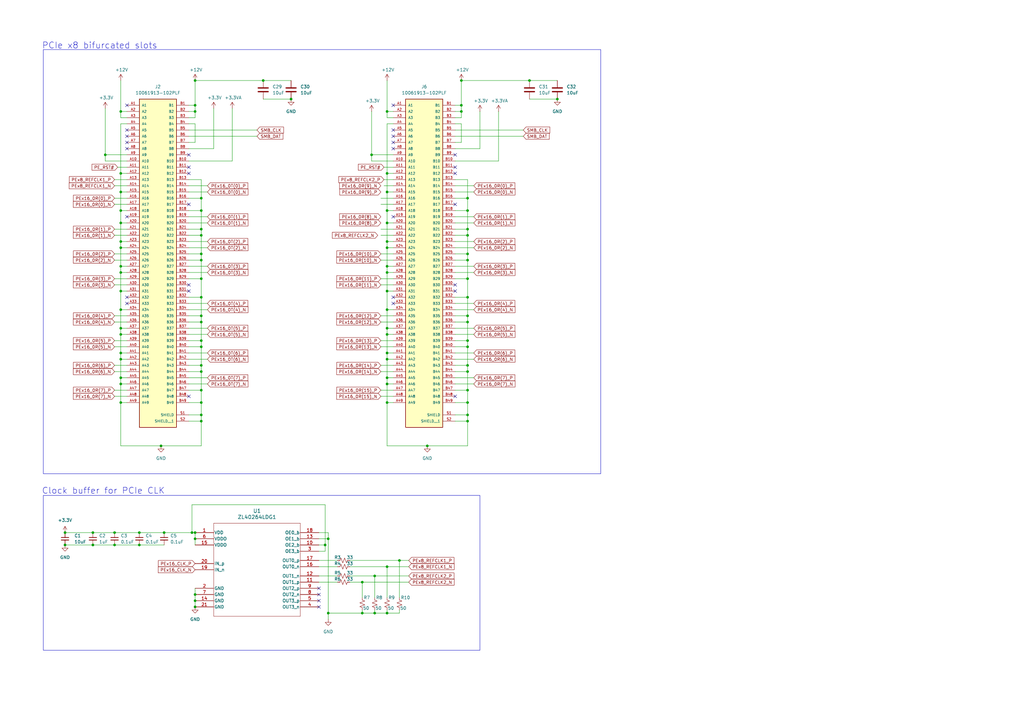
<source format=kicad_sch>
(kicad_sch (version 20250114) (generator "eeschema") (generator_version "9.0")
  (paper "A3")
  (title_block (title "PCIe/104 Adapter") (company "By Madhav Kapa"))
  (rectangle (start 17.78 20.32) (end 246.38 194.31))
  (rectangle (start 17.78 203.2) (end 196.85 266.7))
  (text "PCIe x8 bifurcated slots" (at 40.894 18.796 0) (effects (font (size 2.54 2.54))))
  (text "Clock buffer for PCIe CLK" (at 42.418 201.422 0) (effects (font (size 2.54 2.54))))
  (junction (at 189.23 45.72))
  (junction (at 43.18 63.5))
  (junction (at 82.55 132.08))
  (junction (at 148.59 238.76))
  (junction (at 80.01 246.38))
  (junction (at 189.23 43.18))
  (junction (at 49.53 165.1))
  (junction (at 49.53 144.78))
  (junction (at 49.53 111.76))
  (junction (at 158.75 78.74))
  (junction (at 49.53 119.38))
  (junction (at 80.01 33.02))
  (junction (at 158.75 232.41))
  (junction (at 191.77 86.36))
  (junction (at 46.99 223.52))
  (junction (at 57.15 223.52))
  (junction (at 134.62 251.46))
  (junction (at 49.53 154.94))
  (junction (at 191.77 81.28))
  (junction (at 82.55 142.24))
  (junction (at 82.55 93.98))
  (junction (at 49.53 86.36))
  (junction (at 82.55 129.54))
  (junction (at 191.77 142.24))
  (junction (at 82.55 121.92))
  (junction (at 82.55 165.1))
  (junction (at 153.67 251.46))
  (junction (at 82.55 160.02))
  (junction (at 80.01 248.92))
  (junction (at 82.55 170.18))
  (junction (at 191.77 152.4))
  (junction (at 49.53 127))
  (junction (at 80.01 220.98))
  (junction (at 163.83 229.87))
  (junction (at 158.75 134.62))
  (junction (at 78.74 218.44))
  (junction (at 38.1 223.52))
  (junction (at 191.77 132.08))
  (junction (at 158.75 45.72))
  (junction (at 158.75 99.06))
  (junction (at 153.67 236.22))
  (junction (at 133.35 223.52))
  (junction (at 49.53 78.74))
  (junction (at 158.75 91.44))
  (junction (at 67.31 218.44))
  (junction (at 80.01 243.84))
  (junction (at 189.23 33.02))
  (junction (at 158.75 119.38))
  (junction (at 191.77 129.54))
  (junction (at 80.01 218.44))
  (junction (at 49.53 101.6))
  (junction (at 46.99 218.44))
  (junction (at 175.26 182.88))
  (junction (at 82.55 139.7))
  (junction (at 82.55 104.14))
  (junction (at 158.75 127))
  (junction (at 191.77 121.92))
  (junction (at 49.53 147.32))
  (junction (at 49.53 71.12))
  (junction (at 158.75 251.46))
  (junction (at 49.53 157.48))
  (junction (at 158.75 71.12))
  (junction (at 158.75 147.32))
  (junction (at 191.77 149.86))
  (junction (at 49.53 45.72))
  (junction (at 191.77 165.1))
  (junction (at 191.77 96.52))
  (junction (at 158.75 137.16))
  (junction (at 82.55 152.4))
  (junction (at 158.75 111.76))
  (junction (at 191.77 170.18))
  (junction (at 134.62 220.98))
  (junction (at 191.77 106.68))
  (junction (at 82.55 96.52))
  (junction (at 158.75 157.48))
  (junction (at 158.75 86.36))
  (junction (at 49.53 109.22))
  (junction (at 82.55 81.28))
  (junction (at 66.04 182.88))
  (junction (at 80.01 45.72))
  (junction (at 82.55 106.68))
  (junction (at 38.1 218.44))
  (junction (at 191.77 139.7))
  (junction (at 158.75 165.1))
  (junction (at 57.15 218.44))
  (junction (at 158.75 154.94))
  (junction (at 152.4 63.5))
  (junction (at 217.17 33.02))
  (junction (at 49.53 91.44))
  (junction (at 158.75 101.6))
  (junction (at 191.77 104.14))
  (junction (at 49.53 137.16))
  (junction (at 191.77 114.3))
  (junction (at 191.77 172.72))
  (junction (at 191.77 93.98))
  (junction (at 191.77 160.02))
  (junction (at 26.67 223.52))
  (junction (at 49.53 99.06))
  (junction (at 26.67 218.44))
  (junction (at 82.55 172.72))
  (junction (at 148.59 251.46))
  (junction (at 82.55 114.3))
  (junction (at 107.95 33.02))
  (junction (at 82.55 149.86))
  (junction (at 158.75 144.78))
  (junction (at 49.53 134.62))
  (junction (at 82.55 86.36))
  (junction (at 119.38 40.64))
  (junction (at 80.01 43.18))
  (junction (at 228.6 40.64))
  (junction (at 158.75 109.22))
  (no_connect (at 161.29 43.18))
  (no_connect (at 186.69 119.38))
  (no_connect (at 52.07 60.96))
  (no_connect (at 130.81 243.84))
  (no_connect (at 130.81 248.92))
  (no_connect (at 52.07 55.88))
  (no_connect (at 186.69 71.12))
  (no_connect (at 161.29 124.46))
  (no_connect (at 77.47 116.84))
  (no_connect (at 130.81 246.38))
  (no_connect (at 186.69 68.58))
  (no_connect (at 52.07 53.34))
  (no_connect (at 77.47 68.58))
  (no_connect (at 52.07 121.92))
  (no_connect (at 161.29 55.88))
  (no_connect (at 161.29 60.96))
  (no_connect (at 77.47 119.38))
  (no_connect (at 186.69 116.84))
  (no_connect (at 77.47 63.5))
  (no_connect (at 77.47 71.12))
  (no_connect (at 130.81 241.3))
  (no_connect (at 161.29 88.9))
  (no_connect (at 77.47 83.82))
  (no_connect (at 77.47 162.56))
  (no_connect (at 52.07 43.18))
  (no_connect (at 186.69 63.5))
  (no_connect (at 161.29 53.34))
  (no_connect (at 161.29 58.42))
  (no_connect (at 52.07 124.46))
  (no_connect (at 186.69 83.82))
  (no_connect (at 52.07 88.9))
  (no_connect (at 52.07 58.42))
  (no_connect (at 161.29 121.92))
  (no_connect (at 186.69 162.56))
  (wire (pts (xy 77.47 86.36) (xy 82.55 86.36)))
  (wire (pts (xy 49.53 165.1) (xy 49.53 182.88)))
  (wire (pts (xy 156.21 116.84) (xy 161.29 116.84)))
  (wire (pts (xy 158.75 111.76) (xy 161.29 111.76)))
  (wire (pts (xy 191.77 132.08) (xy 191.77 139.7)))
  (wire (pts (xy 85.09 111.76) (xy 77.47 111.76)))
  (wire (pts (xy 194.31 88.9) (xy 186.69 88.9)))
  (wire (pts (xy 158.75 157.48) (xy 158.75 165.1)))
  (wire (pts (xy 80.01 33.02) (xy 107.95 33.02)))
  (wire (pts (xy 49.53 127) (xy 52.07 127)))
  (wire (pts (xy 158.75 119.38) (xy 161.29 119.38)))
  (wire (pts (xy 158.75 165.1) (xy 158.75 182.88)))
  (wire (pts (xy 156.21 104.14) (xy 161.29 104.14)))
  (wire (pts (xy 46.99 106.68) (xy 52.07 106.68)))
  (wire (pts (xy 77.47 121.92) (xy 82.55 121.92)))
  (wire (pts (xy 156.21 162.56) (xy 161.29 162.56)))
  (wire (pts (xy 156.21 152.4) (xy 161.29 152.4)))
  (wire (pts (xy 95.25 66.04) (xy 77.47 66.04)))
  (wire (pts (xy 158.75 45.72) (xy 158.75 33.02)))
  (wire (pts (xy 82.55 172.72) (xy 82.55 182.88)))
  (wire (pts (xy 143.51 229.87) (xy 163.83 229.87)))
  (wire (pts (xy 158.75 71.12) (xy 158.75 78.74)))
  (wire (pts (xy 191.77 73.66) (xy 191.77 81.28)))
  (wire (pts (xy 49.53 137.16) (xy 49.53 144.78)))
  (wire (pts (xy 186.69 137.16) (xy 194.31 137.16)))
  (wire (pts (xy 134.62 218.44) (xy 134.62 220.98)))
  (wire (pts (xy 158.75 50.8) (xy 158.75 71.12)))
  (wire (pts (xy 148.59 238.76) (xy 167.64 238.76)))
  (wire (pts (xy 78.74 218.44) (xy 80.01 218.44)))
  (wire (pts (xy 156.21 96.52) (xy 161.29 96.52)))
  (wire (pts (xy 191.77 96.52) (xy 191.77 104.14)))
  (wire (pts (xy 130.81 236.22) (xy 138.43 236.22)))
  (wire (pts (xy 158.75 86.36) (xy 158.75 91.44)))
  (wire (pts (xy 107.95 33.02) (xy 119.38 33.02)))
  (wire (pts (xy 156.21 149.86) (xy 161.29 149.86)))
  (wire (pts (xy 158.75 50.8) (xy 161.29 50.8)))
  (wire (pts (xy 52.07 45.72) (xy 49.53 45.72)))
  (wire (pts (xy 175.26 182.88) (xy 191.77 182.88)))
  (wire (pts (xy 80.01 48.26) (xy 80.01 45.72)))
  (wire (pts (xy 77.47 55.88) (xy 105.41 55.88)))
  (wire (pts (xy 77.47 132.08) (xy 82.55 132.08)))
  (wire (pts (xy 46.99 152.4) (xy 52.07 152.4)))
  (wire (pts (xy 134.62 220.98) (xy 130.81 220.98)))
  (wire (pts (xy 48.26 68.58) (xy 52.07 68.58)))
  (wire (pts (xy 194.31 76.2) (xy 186.69 76.2)))
  (wire (pts (xy 46.99 223.52) (xy 57.15 223.52)))
  (wire (pts (xy 156.21 83.82) (xy 161.29 83.82)))
  (wire (pts (xy 49.53 71.12) (xy 49.53 78.74)))
  (wire (pts (xy 158.75 109.22) (xy 161.29 109.22)))
  (wire (pts (xy 77.47 50.8) (xy 80.01 50.8)))
  (wire (pts (xy 191.77 114.3) (xy 191.77 121.92)))
  (wire (pts (xy 85.09 157.48) (xy 77.47 157.48)))
  (wire (pts (xy 80.01 50.8) (xy 80.01 58.42)))
  (wire (pts (xy 49.53 109.22) (xy 49.53 111.76)))
  (wire (pts (xy 158.75 165.1) (xy 161.29 165.1)))
  (wire (pts (xy 163.83 229.87) (xy 163.83 245.11)))
  (wire (pts (xy 82.55 73.66) (xy 82.55 81.28)))
  (wire (pts (xy 133.35 207.01) (xy 133.35 223.52)))
  (wire (pts (xy 158.75 147.32) (xy 158.75 154.94)))
  (wire (pts (xy 77.47 114.3) (xy 82.55 114.3)))
  (wire (pts (xy 158.75 144.78) (xy 161.29 144.78)))
  (wire (pts (xy 80.01 246.38) (xy 80.01 248.92)))
  (wire (pts (xy 77.47 165.1) (xy 82.55 165.1)))
  (wire (pts (xy 52.07 48.26) (xy 49.53 48.26)))
  (wire (pts (xy 130.81 226.06) (xy 133.35 226.06)))
  (wire (pts (xy 46.99 116.84) (xy 52.07 116.84)))
  (wire (pts (xy 191.77 152.4) (xy 191.77 160.02)))
  (wire (pts (xy 82.55 142.24) (xy 82.55 149.86)))
  (wire (pts (xy 85.09 147.32) (xy 77.47 147.32)))
  (wire (pts (xy 49.53 99.06) (xy 49.53 101.6)))
  (wire (pts (xy 49.53 144.78) (xy 52.07 144.78)))
  (wire (pts (xy 49.53 111.76) (xy 49.53 119.38)))
  (wire (pts (xy 77.47 45.72) (xy 80.01 45.72)))
  (wire (pts (xy 186.69 53.34) (xy 214.63 53.34)))
  (wire (pts (xy 158.75 99.06) (xy 161.29 99.06)))
  (wire (pts (xy 158.75 91.44) (xy 158.75 99.06)))
  (wire (pts (xy 46.99 160.02) (xy 52.07 160.02)))
  (wire (pts (xy 130.81 232.41) (xy 138.43 232.41)))
  (wire (pts (xy 80.01 45.72) (xy 80.01 43.18)))
  (wire (pts (xy 77.47 58.42) (xy 80.01 58.42)))
  (wire (pts (xy 130.81 229.87) (xy 138.43 229.87)))
  (wire (pts (xy 49.53 144.78) (xy 49.53 147.32)))
  (wire (pts (xy 161.29 66.04) (xy 152.4 66.04)))
  (wire (pts (xy 153.67 251.46) (xy 158.75 251.46)))
  (wire (pts (xy 158.75 144.78) (xy 158.75 147.32)))
  (wire (pts (xy 43.18 66.04) (xy 43.18 63.5)))
  (wire (pts (xy 186.69 81.28) (xy 191.77 81.28)))
  (wire (pts (xy 156.21 81.28) (xy 161.29 81.28)))
  (wire (pts (xy 49.53 86.36) (xy 52.07 86.36)))
  (wire (pts (xy 186.69 165.1) (xy 191.77 165.1)))
  (wire (pts (xy 186.69 114.3) (xy 191.77 114.3)))
  (wire (pts (xy 158.75 127) (xy 161.29 127)))
  (wire (pts (xy 186.69 132.08) (xy 191.77 132.08)))
  (wire (pts (xy 46.99 149.86) (xy 52.07 149.86)))
  (wire (pts (xy 191.77 104.14) (xy 191.77 106.68)))
  (wire (pts (xy 77.47 134.62) (xy 85.09 134.62)))
  (wire (pts (xy 186.69 152.4) (xy 191.77 152.4)))
  (wire (pts (xy 153.67 236.22) (xy 153.67 245.11)))
  (wire (pts (xy 186.69 96.52) (xy 191.77 96.52)))
  (wire (pts (xy 158.75 232.41) (xy 158.75 245.11)))
  (wire (pts (xy 163.83 229.87) (xy 167.64 229.87)))
  (wire (pts (xy 80.01 218.44) (xy 80.01 220.98)))
  (wire (pts (xy 49.53 101.6) (xy 49.53 109.22)))
  (wire (pts (xy 158.75 78.74) (xy 161.29 78.74)))
  (wire (pts (xy 82.55 86.36) (xy 82.55 93.98)))
  (wire (pts (xy 46.99 76.2) (xy 52.07 76.2)))
  (wire (pts (xy 46.99 129.54) (xy 52.07 129.54)))
  (wire (pts (xy 78.74 207.01) (xy 133.35 207.01)))
  (wire (pts (xy 49.53 137.16) (xy 52.07 137.16)))
  (wire (pts (xy 85.09 76.2) (xy 77.47 76.2)))
  (wire (pts (xy 77.47 81.28) (xy 82.55 81.28)))
  (wire (pts (xy 49.53 119.38) (xy 52.07 119.38)))
  (wire (pts (xy 87.63 60.96) (xy 87.63 44.45)))
  (wire (pts (xy 143.51 236.22) (xy 153.67 236.22)))
  (wire (pts (xy 49.53 134.62) (xy 49.53 137.16)))
  (wire (pts (xy 82.55 121.92) (xy 82.55 129.54)))
  (wire (pts (xy 49.53 127) (xy 49.53 134.62)))
  (wire (pts (xy 153.67 236.22) (xy 167.64 236.22)))
  (wire (pts (xy 134.62 251.46) (xy 134.62 254)))
  (wire (pts (xy 82.55 93.98) (xy 82.55 96.52)))
  (wire (pts (xy 161.29 45.72) (xy 158.75 45.72)))
  (wire (pts (xy 191.77 81.28) (xy 191.77 86.36)))
  (wire (pts (xy 158.75 251.46) (xy 158.75 250.19)))
  (wire (pts (xy 49.53 78.74) (xy 52.07 78.74)))
  (wire (pts (xy 186.69 104.14) (xy 191.77 104.14)))
  (wire (pts (xy 49.53 45.72) (xy 49.53 33.02)))
  (wire (pts (xy 49.53 99.06) (xy 52.07 99.06)))
  (wire (pts (xy 49.53 154.94) (xy 52.07 154.94)))
  (wire (pts (xy 43.18 63.5) (xy 43.18 44.45)))
  (wire (pts (xy 186.69 50.8) (xy 189.23 50.8)))
  (wire (pts (xy 156.21 93.98) (xy 161.29 93.98)))
  (wire (pts (xy 85.09 154.94) (xy 77.47 154.94)))
  (wire (pts (xy 80.01 243.84) (xy 80.01 246.38)))
  (wire (pts (xy 189.23 43.18) (xy 189.23 33.02)))
  (wire (pts (xy 148.59 251.46) (xy 153.67 251.46)))
  (wire (pts (xy 85.09 124.46) (xy 77.47 124.46)))
  (wire (pts (xy 77.47 106.68) (xy 82.55 106.68)))
  (wire (pts (xy 49.53 48.26) (xy 49.53 45.72)))
  (wire (pts (xy 191.77 172.72) (xy 191.77 182.88)))
  (wire (pts (xy 158.75 91.44) (xy 161.29 91.44)))
  (wire (pts (xy 191.77 86.36) (xy 191.77 93.98)))
  (wire (pts (xy 186.69 45.72) (xy 189.23 45.72)))
  (wire (pts (xy 26.67 223.52) (xy 38.1 223.52)))
  (wire (pts (xy 194.31 91.44) (xy 186.69 91.44)))
  (wire (pts (xy 158.75 99.06) (xy 158.75 101.6)))
  (wire (pts (xy 163.83 251.46) (xy 163.83 250.19)))
  (wire (pts (xy 52.07 63.5) (xy 43.18 63.5)))
  (wire (pts (xy 80.01 43.18) (xy 80.01 33.02)))
  (wire (pts (xy 156.21 132.08) (xy 161.29 132.08)))
  (wire (pts (xy 82.55 139.7) (xy 82.55 142.24)))
  (wire (pts (xy 49.53 111.76) (xy 52.07 111.76)))
  (wire (pts (xy 157.48 73.66) (xy 161.29 73.66)))
  (wire (pts (xy 158.75 134.62) (xy 158.75 137.16)))
  (wire (pts (xy 46.99 114.3) (xy 52.07 114.3)))
  (wire (pts (xy 80.01 220.98) (xy 80.01 223.52)))
  (wire (pts (xy 49.53 78.74) (xy 49.53 86.36)))
  (wire (pts (xy 82.55 170.18) (xy 82.55 172.72)))
  (wire (pts (xy 186.69 170.18) (xy 191.77 170.18)))
  (wire (pts (xy 77.47 129.54) (xy 82.55 129.54)))
  (wire (pts (xy 77.47 170.18) (xy 82.55 170.18)))
  (wire (pts (xy 46.99 81.28) (xy 52.07 81.28)))
  (wire (pts (xy 46.99 162.56) (xy 52.07 162.56)))
  (wire (pts (xy 95.25 66.04) (xy 95.25 44.45)))
  (wire (pts (xy 156.21 160.02) (xy 161.29 160.02)))
  (wire (pts (xy 158.75 111.76) (xy 158.75 119.38)))
  (wire (pts (xy 148.59 238.76) (xy 148.59 245.11)))
  (wire (pts (xy 191.77 121.92) (xy 191.77 129.54)))
  (wire (pts (xy 77.47 104.14) (xy 82.55 104.14)))
  (wire (pts (xy 191.77 160.02) (xy 191.77 165.1)))
  (wire (pts (xy 77.47 73.66) (xy 82.55 73.66)))
  (wire (pts (xy 49.53 109.22) (xy 52.07 109.22)))
  (wire (pts (xy 156.21 106.68) (xy 161.29 106.68)))
  (wire (pts (xy 85.09 101.6) (xy 77.47 101.6)))
  (wire (pts (xy 152.4 63.5) (xy 152.4 45.72)))
  (wire (pts (xy 161.29 63.5) (xy 152.4 63.5)))
  (wire (pts (xy 134.62 251.46) (xy 148.59 251.46)))
  (wire (pts (xy 77.47 137.16) (xy 85.09 137.16)))
  (wire (pts (xy 194.31 99.06) (xy 186.69 99.06)))
  (wire (pts (xy 194.31 144.78) (xy 186.69 144.78)))
  (wire (pts (xy 77.47 43.18) (xy 80.01 43.18)))
  (wire (pts (xy 49.53 50.8) (xy 49.53 71.12)))
  (wire (pts (xy 77.47 53.34) (xy 105.41 53.34)))
  (wire (pts (xy 82.55 106.68) (xy 82.55 114.3)))
  (wire (pts (xy 133.35 223.52) (xy 133.35 226.06)))
  (wire (pts (xy 186.69 172.72) (xy 191.77 172.72)))
  (wire (pts (xy 158.75 154.94) (xy 161.29 154.94)))
  (wire (pts (xy 158.75 232.41) (xy 167.64 232.41)))
  (wire (pts (xy 38.1 218.44) (xy 46.99 218.44)))
  (wire (pts (xy 130.81 238.76) (xy 138.43 238.76)))
  (wire (pts (xy 204.47 66.04) (xy 186.69 66.04)))
  (wire (pts (xy 156.21 114.3) (xy 161.29 114.3)))
  (wire (pts (xy 186.69 58.42) (xy 189.23 58.42)))
  (wire (pts (xy 156.21 142.24) (xy 161.29 142.24)))
  (wire (pts (xy 194.31 101.6) (xy 186.69 101.6)))
  (wire (pts (xy 186.69 129.54) (xy 191.77 129.54)))
  (wire (pts (xy 194.31 147.32) (xy 186.69 147.32)))
  (wire (pts (xy 85.09 88.9) (xy 77.47 88.9)))
  (wire (pts (xy 186.69 73.66) (xy 191.77 73.66)))
  (wire (pts (xy 82.55 160.02) (xy 82.55 165.1)))
  (wire (pts (xy 46.99 93.98) (xy 52.07 93.98)))
  (wire (pts (xy 191.77 129.54) (xy 191.77 132.08)))
  (wire (pts (xy 158.75 182.88) (xy 175.26 182.88)))
  (wire (pts (xy 77.47 96.52) (xy 82.55 96.52)))
  (wire (pts (xy 217.17 33.02) (xy 228.6 33.02)))
  (wire (pts (xy 130.81 218.44) (xy 134.62 218.44)))
  (wire (pts (xy 85.09 99.06) (xy 77.47 99.06)))
  (wire (pts (xy 186.69 86.36) (xy 191.77 86.36)))
  (wire (pts (xy 158.75 251.46) (xy 163.83 251.46)))
  (wire (pts (xy 186.69 43.18) (xy 189.23 43.18)))
  (wire (pts (xy 77.47 48.26) (xy 80.01 48.26)))
  (wire (pts (xy 82.55 96.52) (xy 82.55 104.14)))
  (wire (pts (xy 66.04 182.88) (xy 82.55 182.88)))
  (wire (pts (xy 49.53 71.12) (xy 52.07 71.12)))
  (wire (pts (xy 77.47 142.24) (xy 82.55 142.24)))
  (wire (pts (xy 85.09 78.74) (xy 77.47 78.74)))
  (wire (pts (xy 158.75 48.26) (xy 158.75 45.72)))
  (wire (pts (xy 191.77 106.68) (xy 191.77 114.3)))
  (wire (pts (xy 82.55 165.1) (xy 82.55 170.18)))
  (wire (pts (xy 49.53 165.1) (xy 52.07 165.1)))
  (wire (pts (xy 158.75 101.6) (xy 161.29 101.6)))
  (wire (pts (xy 204.47 66.04) (xy 204.47 45.72)))
  (wire (pts (xy 153.67 251.46) (xy 153.67 250.19)))
  (wire (pts (xy 143.51 232.41) (xy 158.75 232.41)))
  (wire (pts (xy 49.53 50.8) (xy 52.07 50.8)))
  (wire (pts (xy 46.99 142.24) (xy 52.07 142.24)))
  (wire (pts (xy 85.09 144.78) (xy 77.47 144.78)))
  (wire (pts (xy 194.31 157.48) (xy 186.69 157.48)))
  (wire (pts (xy 57.15 218.44) (xy 67.31 218.44)))
  (wire (pts (xy 158.75 137.16) (xy 158.75 144.78)))
  (wire (pts (xy 77.47 160.02) (xy 82.55 160.02)))
  (wire (pts (xy 191.77 165.1) (xy 191.77 170.18)))
  (wire (pts (xy 161.29 48.26) (xy 158.75 48.26)))
  (wire (pts (xy 148.59 251.46) (xy 148.59 250.19)))
  (wire (pts (xy 82.55 81.28) (xy 82.55 86.36)))
  (wire (pts (xy 158.75 71.12) (xy 161.29 71.12)))
  (wire (pts (xy 46.99 73.66) (xy 52.07 73.66)))
  (wire (pts (xy 158.75 78.74) (xy 158.75 86.36)))
  (wire (pts (xy 189.23 33.02) (xy 217.17 33.02)))
  (wire (pts (xy 46.99 218.44) (xy 57.15 218.44)))
  (wire (pts (xy 82.55 114.3) (xy 82.55 121.92)))
  (wire (pts (xy 186.69 160.02) (xy 191.77 160.02)))
  (wire (pts (xy 49.53 91.44) (xy 49.53 99.06)))
  (wire (pts (xy 194.31 127) (xy 186.69 127)))
  (wire (pts (xy 82.55 129.54) (xy 82.55 132.08)))
  (wire (pts (xy 191.77 142.24) (xy 191.77 149.86)))
  (wire (pts (xy 46.99 83.82) (xy 52.07 83.82)))
  (wire (pts (xy 143.51 238.76) (xy 148.59 238.76)))
  (wire (pts (xy 46.99 96.52) (xy 52.07 96.52)))
  (wire (pts (xy 85.09 109.22) (xy 77.47 109.22)))
  (wire (pts (xy 186.69 60.96) (xy 196.85 60.96)))
  (wire (pts (xy 189.23 45.72) (xy 189.23 43.18)))
  (wire (pts (xy 134.62 220.98) (xy 134.62 251.46)))
  (wire (pts (xy 156.21 139.7) (xy 161.29 139.7)))
  (wire (pts (xy 82.55 132.08) (xy 82.55 139.7)))
  (wire (pts (xy 46.99 139.7) (xy 52.07 139.7)))
  (wire (pts (xy 49.53 147.32) (xy 49.53 154.94)))
  (wire (pts (xy 186.69 149.86) (xy 191.77 149.86)))
  (wire (pts (xy 49.53 182.88) (xy 66.04 182.88)))
  (wire (pts (xy 52.07 66.04) (xy 43.18 66.04)))
  (wire (pts (xy 49.53 91.44) (xy 52.07 91.44)))
  (wire (pts (xy 158.75 147.32) (xy 161.29 147.32)))
  (wire (pts (xy 217.17 40.64) (xy 228.6 40.64)))
  (wire (pts (xy 158.75 109.22) (xy 158.75 111.76)))
  (wire (pts (xy 189.23 50.8) (xy 189.23 58.42)))
  (wire (pts (xy 82.55 149.86) (xy 82.55 152.4)))
  (wire (pts (xy 85.09 127) (xy 77.47 127)))
  (wire (pts (xy 186.69 48.26) (xy 189.23 48.26)))
  (wire (pts (xy 158.75 127) (xy 158.75 134.62)))
  (wire (pts (xy 49.53 119.38) (xy 49.53 127)))
  (wire (pts (xy 107.95 40.64) (xy 119.38 40.64)))
  (wire (pts (xy 67.31 218.44) (xy 78.74 218.44)))
  (wire (pts (xy 57.15 223.52) (xy 67.31 223.52)))
  (wire (pts (xy 186.69 121.92) (xy 191.77 121.92)))
  (wire (pts (xy 158.75 101.6) (xy 158.75 109.22)))
  (wire (pts (xy 78.74 218.44) (xy 78.74 207.01)))
  (wire (pts (xy 152.4 66.04) (xy 152.4 63.5)))
  (wire (pts (xy 158.75 157.48) (xy 161.29 157.48)))
  (wire (pts (xy 158.75 119.38) (xy 158.75 127)))
  (wire (pts (xy 49.53 154.94) (xy 49.53 157.48)))
  (wire (pts (xy 194.31 154.94) (xy 186.69 154.94)))
  (wire (pts (xy 82.55 104.14) (xy 82.55 106.68)))
  (wire (pts (xy 26.67 218.44) (xy 38.1 218.44)))
  (wire (pts (xy 156.21 129.54) (xy 161.29 129.54)))
  (wire (pts (xy 158.75 154.94) (xy 158.75 157.48)))
  (wire (pts (xy 191.77 139.7) (xy 191.77 142.24)))
  (wire (pts (xy 157.48 76.2) (xy 161.29 76.2)))
  (wire (pts (xy 194.31 124.46) (xy 186.69 124.46)))
  (wire (pts (xy 49.53 157.48) (xy 52.07 157.48)))
  (wire (pts (xy 158.75 137.16) (xy 161.29 137.16)))
  (wire (pts (xy 49.53 86.36) (xy 49.53 91.44)))
  (wire (pts (xy 194.31 111.76) (xy 186.69 111.76)))
  (wire (pts (xy 77.47 139.7) (xy 82.55 139.7)))
  (wire (pts (xy 158.75 86.36) (xy 161.29 86.36)))
  (wire (pts (xy 194.31 109.22) (xy 186.69 109.22)))
  (wire (pts (xy 80.01 241.3) (xy 80.01 243.84)))
  (wire (pts (xy 158.75 134.62) (xy 161.29 134.62)))
  (wire (pts (xy 49.53 157.48) (xy 49.53 165.1)))
  (wire (pts (xy 82.55 152.4) (xy 82.55 160.02)))
  (wire (pts (xy 77.47 93.98) (xy 82.55 93.98)))
  (wire (pts (xy 191.77 149.86) (xy 191.77 152.4)))
  (wire (pts (xy 186.69 106.68) (xy 191.77 106.68)))
  (wire (pts (xy 186.69 134.62) (xy 194.31 134.62)))
  (wire (pts (xy 189.23 48.26) (xy 189.23 45.72)))
  (wire (pts (xy 186.69 139.7) (xy 191.77 139.7)))
  (wire (pts (xy 49.53 134.62) (xy 52.07 134.62)))
  (wire (pts (xy 186.69 93.98) (xy 191.77 93.98)))
  (wire (pts (xy 49.53 147.32) (xy 52.07 147.32)))
  (wire (pts (xy 77.47 172.72) (xy 82.55 172.72)))
  (wire (pts (xy 191.77 170.18) (xy 191.77 172.72)))
  (wire (pts (xy 130.81 223.52) (xy 133.35 223.52)))
  (wire (pts (xy 77.47 149.86) (xy 82.55 149.86)))
  (wire (pts (xy 191.77 93.98) (xy 191.77 96.52)))
  (wire (pts (xy 49.53 101.6) (xy 52.07 101.6)))
  (wire (pts (xy 46.99 104.14) (xy 52.07 104.14)))
  (wire (pts (xy 157.48 68.58) (xy 161.29 68.58)))
  (wire (pts (xy 186.69 55.88) (xy 214.63 55.88)))
  (wire (pts (xy 196.85 60.96) (xy 196.85 45.72)))
  (wire (pts (xy 38.1 223.52) (xy 46.99 223.52)))
  (wire (pts (xy 85.09 91.44) (xy 77.47 91.44)))
  (wire (pts (xy 194.31 78.74) (xy 186.69 78.74)))
  (wire (pts (xy 77.47 152.4) (xy 82.55 152.4)))
  (wire (pts (xy 46.99 132.08) (xy 52.07 132.08)))
  (wire (pts (xy 186.69 142.24) (xy 191.77 142.24)))
  (wire (pts (xy 77.47 60.96) (xy 87.63 60.96)))
  (global_label "PEx16_0R(11)_P" (shape input) (at 156.21 114.3 180) (property "Intersheetrefs" "${INTERSHEET_REFS}" (effects (hide yes))))
  (global_label "PEx16_0R(8)_N" (shape input) (at 156.21 88.9 180) (property "Intersheetrefs" "${INTERSHEET_REFS}" (effects (hide yes))))
  (global_label "PEx16_0R(6)_P" (shape input) (at 194.31 144.78 0) (property "Intersheetrefs" "${INTERSHEET_REFS}" (effects (hide yes))))
  (global_label "PEx16_0R(13)_N" (shape input) (at 156.21 142.24 180) (property "Intersheetrefs" "${INTERSHEET_REFS}" (effects (hide yes))))
  (global_label "PEx16_0R(3)_N" (shape input) (at 194.31 111.76 0) (property "Intersheetrefs" "${INTERSHEET_REFS}" (effects (hide yes))))
  (global_label "PEx16_0R(9)_P" (shape input) (at 156.21 78.74 180) (property "Intersheetrefs" "${INTERSHEET_REFS}" (effects (hide yes))))
  (global_label "PEx16_0R(6)_N" (shape input) (at 46.99 152.4 180) (property "Intersheetrefs" "${INTERSHEET_REFS}" (effects (hide yes))))
  (global_label "SMB_CLK" (shape input) (at 105.41 53.34 0) (property "Intersheetrefs" "${INTERSHEET_REFS}" (effects (hide yes))))
  (global_label "PEx16_0R(4)_N" (shape input) (at 194.31 127 0) (property "Intersheetrefs" "${INTERSHEET_REFS}" (effects (hide yes))))
  (global_label "PEx16_0T(6)_P" (shape input) (at 85.09 144.78 0) (property "Intersheetrefs" "${INTERSHEET_REFS}" (effects (hide yes))))
  (global_label "PEx16_0T(5)_N" (shape input) (at 85.09 137.16 0) (property "Intersheetrefs" "${INTERSHEET_REFS}" (effects (hide yes))))
  (global_label "PEx16_0R(14)_N" (shape input) (at 156.21 152.4 180) (property "Intersheetrefs" "${INTERSHEET_REFS}" (effects (hide yes))))
  (global_label "SMB_DAT" (shape input) (at 105.41 55.88 0) (property "Intersheetrefs" "${INTERSHEET_REFS}" (effects (hide yes))))
  (global_label "PE_RST#" (shape input) (at 48.26 68.58 180) (property "Intersheetrefs" "${INTERSHEET_REFS}" (effects (hide yes))))
  (global_label "PEx16_0R(0)_P" (shape input) (at 46.99 81.28 180) (property "Intersheetrefs" "${INTERSHEET_REFS}" (effects (hide yes))))
  (global_label "PEx16_0R(3)_P" (shape input) (at 46.99 114.3 180) (property "Intersheetrefs" "${INTERSHEET_REFS}" (effects (hide yes))))
  (global_label "PEx16_0R(2)_P" (shape input) (at 194.31 99.06 0) (property "Intersheetrefs" "${INTERSHEET_REFS}" (effects (hide yes))))
  (global_label "PEx8_REFCLK2_N" (shape input) (at 167.64 238.76 0) (property "Intersheetrefs" "${INTERSHEET_REFS}" (effects (hide yes))))
  (global_label "PEx16_0R(7)_N" (shape input) (at 46.99 162.56 180) (property "Intersheetrefs" "${INTERSHEET_REFS}" (effects (hide yes))))
  (global_label "PEx16_0R(13)_P" (shape input) (at 156.21 139.7 180) (property "Intersheetrefs" "${INTERSHEET_REFS}" (effects (hide yes))))
  (global_label "PEx16_0T(7)_P" (shape input) (at 85.09 154.94 0) (property "Intersheetrefs" "${INTERSHEET_REFS}" (effects (hide yes))))
  (global_label "PEx16_0R(2)_P" (shape input) (at 46.99 104.14 180) (property "Intersheetrefs" "${INTERSHEET_REFS}" (effects (hide yes))))
  (global_label "PEx16_0T(3)_P" (shape input) (at 85.09 109.22 0) (property "Intersheetrefs" "${INTERSHEET_REFS}" (effects (hide yes))))
  (global_label "PEx16_0R(0)_P" (shape input) (at 194.31 76.2 0) (property "Intersheetrefs" "${INTERSHEET_REFS}" (effects (hide yes))))
  (global_label "PEx16_0R(11)_N" (shape input) (at 156.21 116.84 180) (property "Intersheetrefs" "${INTERSHEET_REFS}" (effects (hide yes))))
  (global_label "PEx8_REFCLK1_P" (shape input) (at 46.99 73.66 180) (property "Intersheetrefs" "${INTERSHEET_REFS}" (effects (hide yes))))
  (global_label "PEx16_0R(5)_N" (shape input) (at 194.31 137.16 0) (property "Intersheetrefs" "${INTERSHEET_REFS}" (effects (hide yes))))
  (global_label "PEx16_0T(5)_P" (shape input) (at 85.09 134.62 0) (property "Intersheetrefs" "${INTERSHEET_REFS}" (effects (hide yes))))
  (global_label "PEx16_0R(4)_P" (shape input) (at 194.31 124.46 0) (property "Intersheetrefs" "${INTERSHEET_REFS}" (effects (hide yes))))
  (global_label "PEx16_0R(1)_N" (shape input) (at 194.31 91.44 0) (property "Intersheetrefs" "${INTERSHEET_REFS}" (effects (hide yes))))
  (global_label "PEx16_0R(7)_N" (shape input) (at 194.31 157.48 0) (property "Intersheetrefs" "${INTERSHEET_REFS}" (effects (hide yes))))
  (global_label "PEx8_REFCLK1_P" (shape input) (at 167.64 229.87 0) (property "Intersheetrefs" "${INTERSHEET_REFS}" (effects (hide yes))))
  (global_label "PEx16_0T(1)_N" (shape input) (at 85.09 91.44 0) (property "Intersheetrefs" "${INTERSHEET_REFS}" (effects (hide yes))))
  (global_label "PEx16_0R(2)_N" (shape input) (at 194.31 101.6 0) (property "Intersheetrefs" "${INTERSHEET_REFS}" (effects (hide yes))))
  (global_label "PEx16_0R(8)_P" (shape input) (at 156.21 91.44 180) (property "Intersheetrefs" "${INTERSHEET_REFS}" (effects (hide yes))))
  (global_label "PEx16_0T(7)_N" (shape input) (at 85.09 157.48 0) (property "Intersheetrefs" "${INTERSHEET_REFS}" (effects (hide yes))))
  (global_label "PEx16_0R(0)_N" (shape input) (at 46.99 83.82 180) (property "Intersheetrefs" "${INTERSHEET_REFS}" (effects (hide yes))))
  (global_label "PEx16_0T(1)_P" (shape input) (at 85.09 88.9 0) (property "Intersheetrefs" "${INTERSHEET_REFS}" (effects (hide yes))))
  (global_label "PEx16_0R(5)_N" (shape input) (at 46.99 142.24 180) (property "Intersheetrefs" "${INTERSHEET_REFS}" (effects (hide yes))))
  (global_label "PEx16_CLK_P" (shape input) (at 80.01 231.14 180) (property "Intersheetrefs" "${INTERSHEET_REFS}" (effects (hide yes))))
  (global_label "PEx16_0T(4)_P" (shape input) (at 85.09 124.46 0) (property "Intersheetrefs" "${INTERSHEET_REFS}" (effects (hide yes))))
  (global_label "PEx16_0T(0)_N" (shape input) (at 85.09 78.74 0) (property "Intersheetrefs" "${INTERSHEET_REFS}" (effects (hide yes))))
  (global_label "PEx16_0R(7)_P" (shape input) (at 194.31 154.94 0) (property "Intersheetrefs" "${INTERSHEET_REFS}" (effects (hide yes))))
  (global_label "PEx8_REFCLK2_N" (shape input) (at 154.94 96.52 180) (property "Intersheetrefs" "${INTERSHEET_REFS}" (effects (hide yes))))
  (global_label "PEx16_0T(6)_N" (shape input) (at 85.09 147.32 0) (property "Intersheetrefs" "${INTERSHEET_REFS}" (effects (hide yes))))
  (global_label "PEx16_0T(0)_P" (shape input) (at 85.09 76.2 0) (property "Intersheetrefs" "${INTERSHEET_REFS}" (effects (hide yes))))
  (global_label "PEx16_0R(7)_P" (shape input) (at 46.99 160.02 180) (property "Intersheetrefs" "${INTERSHEET_REFS}" (effects (hide yes))))
  (global_label "PEx16_0T(2)_N" (shape input) (at 85.09 101.6 0) (property "Intersheetrefs" "${INTERSHEET_REFS}" (effects (hide yes))))
  (global_label "PEx16_0T(3)_N" (shape input) (at 85.09 111.76 0) (property "Intersheetrefs" "${INTERSHEET_REFS}" (effects (hide yes))))
  (global_label "PE_RST#" (shape input) (at 157.48 68.58 180) (property "Intersheetrefs" "${INTERSHEET_REFS}" (effects (hide yes))))
  (global_label "PEx16_0R(3)_N" (shape input) (at 46.99 116.84 180) (property "Intersheetrefs" "${INTERSHEET_REFS}" (effects (hide yes))))
  (global_label "PEx16_0R(10)_N" (shape input) (at 156.21 106.68 180) (property "Intersheetrefs" "${INTERSHEET_REFS}" (effects (hide yes))))
  (global_label "PEx16_0R(12)_N" (shape input) (at 156.21 132.08 180) (property "Intersheetrefs" "${INTERSHEET_REFS}" (effects (hide yes))))
  (global_label "PEx16_0R(15)_N" (shape input) (at 156.21 162.56 180) (property "Intersheetrefs" "${INTERSHEET_REFS}" (effects (hide yes))))
  (global_label "PEx16_CLK_N" (shape input) (at 80.01 233.68 180) (property "Intersheetrefs" "${INTERSHEET_REFS}" (effects (hide yes))))
  (global_label "PEx16_0R(2)_N" (shape input) (at 46.99 106.68 180) (property "Intersheetrefs" "${INTERSHEET_REFS}" (effects (hide yes))))
  (global_label "PEx16_0R(10)_P" (shape input) (at 156.21 104.14 180) (property "Intersheetrefs" "${INTERSHEET_REFS}" (effects (hide yes))))
  (global_label "PEx16_0R(0)_N" (shape input) (at 194.31 78.74 0) (property "Intersheetrefs" "${INTERSHEET_REFS}" (effects (hide yes))))
  (global_label "PEx8_REFCLK1_N" (shape input) (at 167.64 232.41 0) (property "Intersheetrefs" "${INTERSHEET_REFS}" (effects (hide yes))))
  (global_label "PEx16_0R(9)_N" (shape input) (at 156.21 76.2 180) (property "Intersheetrefs" "${INTERSHEET_REFS}" (effects (hide yes))))
  (global_label "PEx16_0R(5)_P" (shape input) (at 194.31 134.62 0) (property "Intersheetrefs" "${INTERSHEET_REFS}" (effects (hide yes))))
  (global_label "PEx16_0R(6)_P" (shape input) (at 46.99 149.86 180) (property "Intersheetrefs" "${INTERSHEET_REFS}" (effects (hide yes))))
  (global_label "PEx16_0T(4)_N" (shape input) (at 85.09 127 0) (property "Intersheetrefs" "${INTERSHEET_REFS}" (effects (hide yes))))
  (global_label "PEx16_0R(3)_P" (shape input) (at 194.31 109.22 0) (property "Intersheetrefs" "${INTERSHEET_REFS}" (effects (hide yes))))
  (global_label "SMB_DAT" (shape input) (at 214.63 55.88 0) (property "Intersheetrefs" "${INTERSHEET_REFS}" (effects (hide yes))))
  (global_label "SMB_CLK" (shape input) (at 214.63 53.34 0) (property "Intersheetrefs" "${INTERSHEET_REFS}" (effects (hide yes))))
  (global_label "PEx16_0R(6)_N" (shape input) (at 194.31 147.32 0) (property "Intersheetrefs" "${INTERSHEET_REFS}" (effects (hide yes))))
  (global_label "PEx8_REFCLK1_N" (shape input) (at 46.99 76.2 180) (property "Intersheetrefs" "${INTERSHEET_REFS}" (effects (hide yes))))
  (global_label "PEx16_0R(1)_P" (shape input) (at 46.99 93.98 180) (property "Intersheetrefs" "${INTERSHEET_REFS}" (effects (hide yes))))
  (global_label "PEx16_0R(14)_P" (shape input) (at 156.21 149.86 180) (property "Intersheetrefs" "${INTERSHEET_REFS}" (effects (hide yes))))
  (global_label "PEx16_0R(15)_P" (shape input) (at 156.21 160.02 180) (property "Intersheetrefs" "${INTERSHEET_REFS}" (effects (hide yes))))
  (global_label "PEx16_0R(1)_P" (shape input) (at 194.31 88.9 0) (property "Intersheetrefs" "${INTERSHEET_REFS}" (effects (hide yes))))
  (global_label "PEx16_0T(2)_P" (shape input) (at 85.09 99.06 0) (property "Intersheetrefs" "${INTERSHEET_REFS}" (effects (hide yes))))
  (global_label "PEx8_REFCLK2_P" (shape input) (at 167.64 236.22 0) (property "Intersheetrefs" "${INTERSHEET_REFS}" (effects (hide yes))))
  (global_label "PEx16_0R(5)_P" (shape input) (at 46.99 139.7 180) (property "Intersheetrefs" "${INTERSHEET_REFS}" (effects (hide yes))))
  (global_label "PEx16_0R(1)_N" (shape input) (at 46.99 96.52 180) (property "Intersheetrefs" "${INTERSHEET_REFS}" (effects (hide yes))))
  (global_label "PEx16_0R(4)_N" (shape input) (at 46.99 132.08 180) (property "Intersheetrefs" "${INTERSHEET_REFS}" (effects (hide yes))))
  (global_label "PEx8_REFCLK2_P" (shape input) (at 157.48 73.66 180) (property "Intersheetrefs" "${INTERSHEET_REFS}" (effects (hide yes))))
  (global_label "PEx16_0R(12)_P" (shape input) (at 156.21 129.54 180) (property "Intersheetrefs" "${INTERSHEET_REFS}" (effects (hide yes))))
  (global_label "PEx16_0R(4)_P" (shape input) (at 46.99 129.54 180) (property "Intersheetrefs" "${INTERSHEET_REFS}" (effects (hide yes))))
  (symbol (lib_id "power:+12V") (at 80.01 33.02 0) (unit 1)
    (property "Reference" "#PWR011" (effects (hide yes)))
    (property "Value" "+12V" (at 80.391 28.6258 0))
  )
  (symbol (lib_id "power:+3.3V") (at 87.63 44.45 0) (unit 1)
    (property "Reference" "#PWR013" (effects (hide yes)))
    (property "Value" "+3.3V" (at 88.011 40.0558 0))
  )
  (symbol (lib_id "power:+3.3VA") (at 95.25 44.45 0) (unit 1)
    (property "Reference" "#PWR015" (effects (hide yes)))
    (property "Value" "+3.3VA" (at 95.631 40.0558 0))
  )
  (symbol (lib_id "power:+12V") (at 49.53 33.02 0) (unit 1)
    (property "Reference" "#PWR05" (effects (hide yes)))
    (property "Value" "+12V" (at 49.911 28.6258 0))
  )
  (symbol (lib_id "power:+3.3V") (at 43.18 44.45 0) (unit 1)
    (property "Reference" "#PWR04" (effects (hide yes)))
    (property "Value" "+3.3V" (at 43.561 40.0558 0))
  )
  (symbol (lib_id "power:GND") (at 119.38 40.64 0) (unit 1)
    (property "Reference" "#PWR056" (effects (hide yes)))
    (property "Value" "GND" (at 119.38 45.72 0))
    (property "Description" "Power symbol creates a global label with name \"GND\" , ground" (effects (hide yes)))
  )
  (symbol (lib_id "power:+3.3V") (at 26.67 218.44 0) (unit 1)
    (property "Reference" "#PWR031" (effects (hide yes)))
    (property "Value" "+3.3V" (at 26.67 213.36 0))
    (property "Description" "Power symbol creates a global label with name \"+3.3V\"" (effects (hide yes)))
  )
  (symbol (lib_id "Device:R_Small_US") (at 140.97 232.41 90) (unit 1)
    (property "Reference" "R4" (at 138.43 231.14 90))
    (property "Value" "33" (at 143.51 231.14 90))
    (property "Footprint" "Resistor_SMD:R_0603_1608Metric_Pad0.98x0.95mm_HandSolder" (effects (hide yes)))
    (property "Description" "Resistor, small US symbol" (effects (hide yes)))
  )
  (symbol (lib_id "power:GND") (at 66.04 182.88 0) (unit 1)
    (property "Reference" "#PWR06" (effects (hide yes)))
    (property "Value" "GND" (at 66.04 187.96 0))
    (property "Description" "Power symbol creates a global label with name \"GND\" , ground" (effects (hide yes)))
  )
  (symbol (lib_id "10061913-102PLF:10061913-102PLF") (at 173.99 106.68 0) (unit 1)
    (property "Reference" "J6" (at 173.99 35.56 0))
    (property "Value" "10061913-102PLF" (at 173.99 38.1 0))
    (property "Footprint" "footprints:AMPHENOL_10061913-102PLF" (effects (hide yes)))
    (property "PARTREV" "S" (effects (hide yes)))
    (property "STANDARD" "Manufacturer Recommendations" (effects (hide yes)))
    (property "SNAPEDA_PN" "10061913-102BLF" (effects (hide yes)))
    (property "MAXIMUM_PACKAGE_HEIGHT" "11.1 mm" (effects (hide yes)))
    (property "MANUFACTURER" "Amphenol" (effects (hide yes)))
  )
  (symbol (lib_id "Device:C_Small") (at 46.99 220.98 0) (unit 1)
    (property "Reference" "C3" (at 49.53 219.7162 0) (effects (justify left)))
    (property "Value" "0.1uF" (at 49.53 222.2562 0) (effects (justify left)))
    (property "Footprint" "Capacitor_SMD:C_0201_0603Metric_Pad0.64x0.40mm_HandSolder" (effects (hide yes)))
    (property "Description" "Unpolarized capacitor, small symbol" (effects (hide yes)))
  )
  (symbol (lib_id "power:+12V") (at 158.75 33.02 0) (unit 1)
    (property "Reference" "#PWR019" (effects (hide yes)))
    (property "Value" "+12V" (at 159.131 28.6258 0))
  )
  (symbol (lib_id "Device:C_Small") (at 26.67 220.98 0) (unit 1)
    (property "Reference" "C1" (at 30.48 219.7162 0) (effects (justify left)))
    (property "Value" "10uF" (at 30.48 222.2562 0) (effects (justify left)))
    (property "Footprint" "Capacitor_SMD:C_0805_2012Metric_Pad1.18x1.45mm_HandSolder" (effects (hide yes)))
    (property "Description" "Unpolarized capacitor, small symbol" (effects (hide yes)))
  )
  (symbol (lib_id "power:+3.3V") (at 152.4 45.72 0) (unit 1)
    (property "Reference" "#PWR018" (effects (hide yes)))
    (property "Value" "+3.3V" (at 152.781 41.3258 0))
  )
  (symbol (lib_id "Device:C_Small") (at 57.15 220.98 0) (unit 1)
    (property "Reference" "C4" (at 59.69 219.7162 0) (effects (justify left)))
    (property "Value" "0.1uF" (at 59.69 222.2562 0) (effects (justify left)))
    (property "Footprint" "Capacitor_SMD:C_0201_0603Metric_Pad0.64x0.40mm_HandSolder" (effects (hide yes)))
    (property "Description" "Unpolarized capacitor, small symbol" (effects (hide yes)))
  )
  (symbol (lib_id "Device:C") (at 119.38 36.83 0) (unit 1)
    (property "Reference" "C30" (at 123.19 35.5599 0) (effects (justify left)))
    (property "Value" "10uF" (at 123.19 38.0999 0) (effects (justify left)))
    (property "Footprint" "Capacitor_SMD:C_0805_2012Metric_Pad1.18x1.45mm_HandSolder" (effects (hide yes)))
    (property "Description" "Unpolarized capacitor" (effects (hide yes)))
  )
  (symbol (lib_id "Device:C") (at 107.95 36.83 0) (unit 1)
    (property "Reference" "C29" (at 111.76 35.5599 0) (effects (justify left)))
    (property "Value" "10uF" (at 111.76 38.0999 0) (effects (justify left)))
    (property "Footprint" "Capacitor_SMD:C_1206_3216Metric" (effects (hide yes)))
    (property "Description" "Unpolarized capacitor" (effects (hide yes)))
  )
  (symbol (lib_id "Device:C_Small") (at 38.1 220.98 0) (unit 1)
    (property "Reference" "C2" (at 40.64 219.7162 0) (effects (justify left)))
    (property "Value" "1uF" (at 40.64 222.2562 0) (effects (justify left)))
    (property "Footprint" "Capacitor_SMD:C_0201_0603Metric_Pad0.64x0.40mm_HandSolder" (effects (hide yes)))
    (property "Description" "Unpolarized capacitor, small symbol" (effects (hide yes)))
  )
  (symbol (lib_id "Device:R_Small_US") (at 148.59 247.65 0) (unit 1)
    (property "Reference" "R7" (at 149.098 245.11 0) (effects (justify left)))
    (property "Value" "50" (at 148.844 249.428 0) (effects (justify left)))
    (property "Footprint" "Resistor_SMD:R_0603_1608Metric_Pad0.98x0.95mm_HandSolder" (effects (hide yes)))
    (property "Description" "Resistor, small US symbol" (effects (hide yes)))
  )
  (symbol (lib_id "ZL40264:ZL40264LDG1") (at 80.01 219.71 0) (unit 1)
    (property "Reference" "U1" (at 105.41 209.55 0) (effects (font (size 1.524 1.524))))
    (property "Value" "ZL40264LDG1" (at 105.41 212.09 0) (effects (font (size 1.524 1.524))))
    (property "Footprint" "QFN_264LDG1_MCH" (effects (hide yes)))
    (property "Datasheet" "ZL40264LDG1" (effects (hide yes)))
  )
  (symbol (lib_id "power:+12V") (at 189.23 33.02 0) (unit 1)
    (property "Reference" "#PWR024" (effects (hide yes)))
    (property "Value" "+12V" (at 189.611 28.6258 0))
  )
  (symbol (lib_id "Device:R_Small_US") (at 140.97 236.22 90) (unit 1)
    (property "Reference" "R5" (at 138.43 234.95 90))
    (property "Value" "33" (at 143.51 234.95 90))
    (property "Footprint" "Resistor_SMD:R_0603_1608Metric_Pad0.98x0.95mm_HandSolder" (effects (hide yes)))
    (property "Description" "Resistor, small US symbol" (effects (hide yes)))
  )
  (symbol (lib_id "power:GND") (at 26.67 223.52 0) (unit 1)
    (property "Reference" "#PWR032" (effects (hide yes)))
    (property "Value" "GND" (at 26.67 228.6 0))
    (property "Description" "Power symbol creates a global label with name \"GND\" , ground" (effects (hide yes)))
  )
  (symbol (lib_id "Device:R_Small_US") (at 140.97 229.87 90) (unit 1)
    (property "Reference" "R3" (at 138.43 228.6 90))
    (property "Value" "33" (at 143.51 228.6 90))
    (property "Footprint" "Resistor_SMD:R_0603_1608Metric_Pad0.98x0.95mm_HandSolder" (effects (hide yes)))
    (property "Description" "Resistor, small US symbol" (effects (hide yes)))
  )
  (symbol (lib_id "Device:R_Small_US") (at 158.75 247.65 0) (unit 1)
    (property "Reference" "R9" (at 159.258 245.11 0) (effects (justify left)))
    (property "Value" "50" (at 159.004 249.428 0) (effects (justify left)))
    (property "Footprint" "Resistor_SMD:R_0603_1608Metric_Pad0.98x0.95mm_HandSolder" (effects (hide yes)))
    (property "Description" "Resistor, small US symbol" (effects (hide yes)))
  )
  (symbol (lib_id "Device:C") (at 217.17 36.83 0) (unit 1)
    (property "Reference" "C31" (at 220.98 35.5599 0) (effects (justify left)))
    (property "Value" "10uF" (at 220.98 38.0999 0) (effects (justify left)))
    (property "Footprint" "Capacitor_SMD:C_1206_3216Metric" (effects (hide yes)))
    (property "Description" "Unpolarized capacitor" (effects (hide yes)))
  )
  (symbol (lib_id "power:GND") (at 134.62 254 0) (unit 1)
    (property "Reference" "#PWR040" (effects (hide yes)))
    (property "Value" "GND" (at 134.62 259.08 0))
    (property "Description" "Power symbol creates a global label with name \"GND\" , ground" (effects (hide yes)))
  )
  (symbol (lib_id "Device:C") (at 228.6 36.83 0) (unit 1)
    (property "Reference" "C32" (at 232.41 35.5599 0) (effects (justify left)))
    (property "Value" "10uF" (at 232.41 38.0999 0) (effects (justify left)))
    (property "Footprint" "Capacitor_SMD:C_1206_3216Metric" (effects (hide yes)))
    (property "Description" "Unpolarized capacitor" (effects (hide yes)))
  )
  (symbol (lib_id "power:GND") (at 80.01 248.92 0) (unit 1)
    (property "Reference" "#PWR037" (effects (hide yes)))
    (property "Value" "GND" (at 80.01 254 0))
    (property "Description" "Power symbol creates a global label with name \"GND\" , ground" (effects (hide yes)))
  )
  (symbol (lib_id "Device:R_Small_US") (at 140.97 238.76 90) (unit 1)
    (property "Reference" "R6" (at 138.43 237.49 90))
    (property "Value" "33" (at 143.51 237.49 90))
    (property "Footprint" "Resistor_SMD:R_0603_1608Metric_Pad0.98x0.95mm_HandSolder" (effects (hide yes)))
    (property "Description" "Resistor, small US symbol" (effects (hide yes)))
  )
  (symbol (lib_id "power:GND") (at 228.6 40.64 0) (unit 1)
    (property "Reference" "#PWR057" (effects (hide yes)))
    (property "Value" "GND" (at 228.6 45.72 0))
    (property "Description" "Power symbol creates a global label with name \"GND\" , ground" (effects (hide yes)))
  )
  (symbol (lib_id "Device:R_Small_US") (at 163.83 247.65 0) (unit 1)
    (property "Reference" "R10" (at 164.338 245.11 0) (effects (justify left)))
    (property "Value" "50" (at 164.084 249.428 0) (effects (justify left)))
    (property "Footprint" "Resistor_SMD:R_0603_1608Metric_Pad0.98x0.95mm_HandSolder" (effects (hide yes)))
    (property "Description" "Resistor, small US symbol" (effects (hide yes)))
  )
  (symbol (lib_id "Device:C_Small") (at 67.31 220.98 0) (unit 1)
    (property "Reference" "C5" (at 69.85 219.7162 0) (effects (justify left)))
    (property "Value" "0.1uF" (at 69.85 222.2562 0) (effects (justify left)))
    (property "Footprint" "Capacitor_SMD:C_0201_0603Metric_Pad0.64x0.40mm_HandSolder" (effects (hide yes)))
    (property "Description" "Unpolarized capacitor, small symbol" (effects (hide yes)))
  )
  (symbol (lib_id "power:+3.3VA") (at 204.47 45.72 0) (unit 1)
    (property "Reference" "#PWR026" (effects (hide yes)))
    (property "Value" "+3.3VA" (at 204.851 41.3258 0))
  )
  (symbol (lib_id "Device:R_Small_US") (at 153.67 247.65 0) (unit 1)
    (property "Reference" "R8" (at 154.178 245.11 0) (effects (justify left)))
    (property "Value" "50" (at 153.924 249.428 0) (effects (justify left)))
    (property "Footprint" "Resistor_SMD:R_0603_1608Metric_Pad0.98x0.95mm_HandSolder" (effects (hide yes)))
    (property "Description" "Resistor, small US symbol" (effects (hide yes)))
  )
  (symbol (lib_id "power:GND") (at 175.26 182.88 0) (unit 1)
    (property "Reference" "#PWR022" (effects (hide yes)))
    (property "Value" "GND" (at 175.26 187.96 0))
    (property "Description" "Power symbol creates a global label with name \"GND\" , ground" (effects (hide yes)))
  )
  (symbol (lib_id "power:+3.3V") (at 196.85 45.72 0) (unit 1)
    (property "Reference" "#PWR025" (effects (hide yes)))
    (property "Value" "+3.3V" (at 197.231 41.3258 0))
  )
  (symbol (lib_id "10061913-102PLF:10061913-102PLF") (at 64.77 106.68 0) (unit 1)
    (property "Reference" "J2" (at 64.77 35.56 0))
    (property "Value" "10061913-102PLF" (at 64.77 38.1 0))
    (property "Footprint" "footprints:AMPHENOL_10061913-102PLF" (effects (hide yes)))
    (property "PARTREV" "S" (effects (hide yes)))
    (property "STANDARD" "Manufacturer Recommendations" (effects (hide yes)))
    (property "SNAPEDA_PN" "10061913-102BLF" (effects (hide yes)))
    (property "MAXIMUM_PACKAGE_HEIGHT" "11.1 mm" (effects (hide yes)))
    (property "MANUFACTURER" "Amphenol" (effects (hide yes)))
  )
)
</source>
